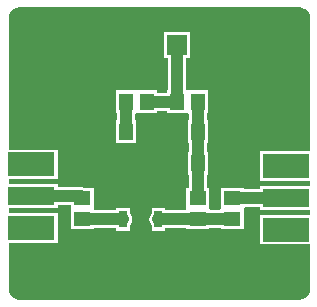
<source format=gtl>
G04*
G04 #@! TF.GenerationSoftware,Altium Limited,Altium Designer,18.0.11 (651)*
G04*
G04 Layer_Physical_Order=1*
G04 Layer_Color=255*
%FSLAX44Y44*%
%MOMM*%
G71*
G01*
G75*
%ADD10R,4.0000X1.5000*%
%ADD11R,4.0000X2.0000*%
%ADD12R,1.1600X1.4700*%
%ADD13R,0.6500X1.4000*%
%ADD14R,0.6500X2.1000*%
G04:AMPARAMS|DCode=15|XSize=1.9mm|YSize=3.2mm|CornerRadius=0mm|HoleSize=0mm|Usage=FLASHONLY|Rotation=180.000|XOffset=0mm|YOffset=0mm|HoleType=Round|Shape=Octagon|*
%AMOCTAGOND15*
4,1,8,0.4750,-1.6000,-0.4750,-1.6000,-0.9500,-1.1250,-0.9500,1.1250,-0.4750,1.6000,0.4750,1.6000,0.9500,1.1250,0.9500,-1.1250,0.4750,-1.6000,0.0*
%
%ADD15OCTAGOND15*%

%ADD16R,1.4700X1.1600*%
%ADD17C,1.0160*%
%ADD18R,1.7000X1.7000*%
%ADD19C,1.7000*%
G36*
X257558Y259997D02*
X259689Y259114D01*
X261520Y257710D01*
X262924Y255879D01*
X263807Y253748D01*
X264099Y251530D01*
X264085Y251460D01*
Y138600D01*
X221300D01*
Y113520D01*
X264085D01*
Y109100D01*
X221300D01*
Y106766D01*
X208010D01*
Y107420D01*
X188230D01*
Y90890D01*
X188230Y90740D01*
Y89620D01*
X187169Y88966D01*
X179861D01*
X178800Y89620D01*
Y90740D01*
X178800Y90890D01*
Y107420D01*
X176586D01*
Y118380D01*
X177240D01*
Y138160D01*
X176596D01*
Y145050D01*
X177250D01*
Y164830D01*
X176616D01*
Y170450D01*
X177270D01*
Y190230D01*
X160740D01*
X160590Y190230D01*
X159470D01*
X158816Y191291D01*
Y217560D01*
X162170D01*
Y239640D01*
X140090D01*
Y217560D01*
X143444D01*
Y190230D01*
X142790D01*
Y188026D01*
X134090D01*
Y190230D01*
X117560D01*
X117410Y190230D01*
X116290D01*
X116140Y190230D01*
X99610D01*
Y170450D01*
X100264D01*
Y164830D01*
X99590D01*
Y145050D01*
X116270D01*
Y164830D01*
X115636D01*
Y169389D01*
X116290Y170450D01*
X117410D01*
X117560Y170450D01*
X134090D01*
Y172654D01*
X142790D01*
Y170450D01*
X159320D01*
X159470Y170450D01*
X160590D01*
X161244Y169389D01*
Y164830D01*
X160570D01*
Y145050D01*
X161224D01*
Y138160D01*
X160560D01*
Y118380D01*
X161214D01*
Y107420D01*
X159020D01*
Y90890D01*
X159020Y90740D01*
Y89620D01*
X158315Y88492D01*
X141440D01*
Y90346D01*
X129860D01*
Y85778D01*
X128994Y84649D01*
X128226Y82795D01*
X127964Y80806D01*
X128226Y78817D01*
X128994Y76963D01*
X129860Y75834D01*
Y71266D01*
X141440D01*
Y73120D01*
X159020D01*
Y72940D01*
X178800D01*
Y73594D01*
X188230D01*
Y72940D01*
X208010D01*
Y89470D01*
X208010Y89620D01*
Y90740D01*
X209071Y91394D01*
X221300D01*
Y89020D01*
X264085D01*
Y84600D01*
X221300D01*
Y59520D01*
X264085D01*
Y35560D01*
Y21590D01*
X264099Y21520D01*
X263807Y19302D01*
X262924Y17171D01*
X261520Y15340D01*
X259689Y13936D01*
X257558Y13053D01*
X255340Y12761D01*
X255270Y12775D01*
X17780D01*
X17710Y12761D01*
X15492Y13053D01*
X13361Y13936D01*
X11530Y15340D01*
X10125Y17171D01*
X9243Y19302D01*
X8951Y21520D01*
X8965Y21590D01*
Y60790D01*
X50480D01*
Y85870D01*
X8965D01*
Y90290D01*
X50480D01*
Y92644D01*
X61230D01*
Y90870D01*
X61230Y90720D01*
Y89600D01*
X61230Y89450D01*
Y72920D01*
X81010D01*
Y73574D01*
X99860D01*
Y71266D01*
X111440D01*
Y75834D01*
X112306Y76963D01*
X113074Y78817D01*
X113336Y80806D01*
X113074Y82795D01*
X112306Y84649D01*
X111440Y85778D01*
Y90346D01*
X99860D01*
Y88946D01*
X82071D01*
X81010Y89600D01*
Y90720D01*
X81010Y90870D01*
Y107400D01*
X72694D01*
X71839Y107754D01*
X69850Y108016D01*
X50480D01*
Y110370D01*
X8965D01*
Y114790D01*
X50480D01*
Y139870D01*
X8965D01*
Y220980D01*
Y251460D01*
X8951Y251530D01*
X9243Y253748D01*
X10125Y255879D01*
X11530Y257710D01*
X13361Y259114D01*
X15492Y259997D01*
X17710Y260289D01*
X17780Y260275D01*
X255270D01*
X255340Y260289D01*
X257558Y259997D01*
D02*
G37*
D10*
X243840Y99060D02*
D03*
X27940Y100330D02*
D03*
D11*
X243840Y126060D02*
D03*
Y72060D02*
D03*
X27940Y73330D02*
D03*
Y127330D02*
D03*
D12*
X125730Y154940D02*
D03*
X107930D02*
D03*
X107950Y180340D02*
D03*
X125750D02*
D03*
X151130D02*
D03*
X168930D02*
D03*
X186710Y154940D02*
D03*
X168910D02*
D03*
X186700Y128270D02*
D03*
X168900D02*
D03*
D13*
X105650Y80806D02*
D03*
X135650D02*
D03*
D14*
X120650Y84074D02*
D03*
D15*
Y110490D02*
D03*
D16*
X168910Y81280D02*
D03*
Y99080D02*
D03*
X198120D02*
D03*
Y81280D02*
D03*
X71120Y81260D02*
D03*
Y99060D02*
D03*
D17*
X105196Y81260D02*
X105650Y80806D01*
X71120Y81260D02*
X105196D01*
X243820Y99080D02*
X243840Y99060D01*
X198120Y99080D02*
X243820D01*
X168910Y81280D02*
X198120D01*
X168436Y80806D02*
X168910Y81280D01*
X135650Y80806D02*
X168436D01*
X168900Y99090D02*
X168910Y99080D01*
X168900Y99090D02*
Y128270D01*
X168910Y128280D01*
Y154940D01*
X168930Y154960D01*
Y180340D01*
X107930Y154940D02*
X107950Y154960D01*
Y180340D01*
X125750D02*
X151130D01*
Y228600D01*
X69850Y100330D02*
X71120Y99060D01*
X27940Y100330D02*
X69850D01*
D18*
X151130Y228600D02*
D03*
D19*
X125730D02*
D03*
M02*

</source>
